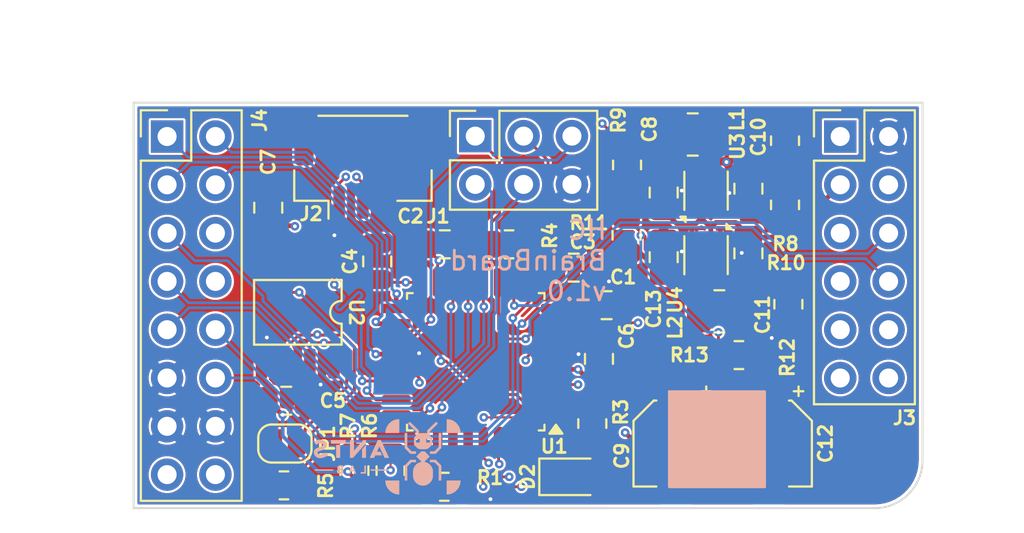
<source format=kicad_pcb>
(kicad_pcb (version 20241229) (generator "pcbnew") (generator_version "9.0")
  (layers (0 "F.Cu" signal) (4 "In1.Cu" signal) (6 "In2.Cu" signal) (2 "B.Cu" signal) (13 "F.Paste" user) (15 "B.Paste" user) (5 "F.SilkS" user "F.Silkscreen") (7 "B.SilkS" user "B.Silkscreen") (1 "F.Mask" user) (3 "B.Mask" user) (25 "Edge.Cuts" user))
  (net 0 "")
  (net 1 "GND")
  (net 2 "3.3V")
  (net 3 "Net-(D2-A)")
  (net 4 "/ADC0")
  (net 5 "/ADC2")
  (net 6 "/ADC1")
  (net 7 "/ADC3")
  (net 8 "/MCU/SW_RST")
  (net 9 "/PWM_11")
  (net 10 "/SPI_SCK")
  (net 11 "5V")
  (net 12 "/UART_RX")
  (net 13 "/CAN_RX")
  (net 14 "/UART_TX")
  (net 15 "/I2C_SDA")
  (net 16 "/CAN_TX")
  (net 17 "/I2C_SCL")
  (net 18 "/SPI_MISO")
  (net 19 "/SPI_SS1")
  (net 20 "/SPI_MOSI")
  (net 21 "/PWM_31")
  (net 22 "/SPI_SS0")
  (net 23 "/SPI_SS2")
  (net 24 "12V")
  (net 25 "/SPI_SS3")
  (net 26 "/MCU/SW_DIO")
  (net 27 "Net-(JP1-A)")
  (net 28 "/MCU/SW_CLK")
  (net 29 "/MCU/SW_TX")
  (net 30 "/CAN/CAN-")
  (net 31 "/CAN/CAN+")
  (net 32 "/BOARD_TYPE2")
  (net 33 "/BOARD_TYPE3")
  (net 34 "/BOARD_TYPE1")
  (net 35 "/BOARD_TYPE0")
  (net 36 "/BOARD_TYPE4")
  (net 37 "Net-(U3-SW)")
  (net 38 "Net-(U4-SW)")
  (net 39 "/MCU/USER")
  (net 40 "Net-(U3-FB)")
  (net 41 "Net-(U3-PG)")
  (net 42 "Net-(U4-FB)")
  (net 43 "Net-(U4-PG)")
  (footprint "Package_SON:WSON-8-1EP_2x2mm_P0.5mm_EP0.9x1.6mm" (layer "F.Cu") (at 149.45 81.9 -90)
    (property "Reference" "U4")
    (property "Value" "TPS62170DSG")
  )
  (footprint "Capacitor_SMD:C_0805_2012Metric" (layer "F.Cu") (at 151.675 81.8 -90)
    (property "Reference" "C11")
    (property "Value" "1uF")
  )
  (footprint "Resistor_SMD:R_0805_2012Metric" (layer "F.Cu") (at 132.875 93.225 90)
    (property "Reference" "R6")
    (property "Value" "4.7kΩ")
  )
  (footprint "Capacitor_SMD:C_0805_2012Metric" (layer "F.Cu") (at 147.225 82 90)
    (property "Reference" "C13")
    (property "Value" "1uF")
  )
  (footprint "Resistor_SMD:R_0805_2012Metric" (layer "F.Cu") (at 151.175 87.15)
    (property "Reference" "R13")
    (property "Value" "100kΩ")
  )
  (footprint "Connector_JST:JST_GH_BM03B-GHS-TBT_1x03-1MP_P1.25mm_Vertical" (layer "F.Cu") (at 131.425 77.175)
    (property "Reference" "J2")
    (property "Value" "CAN")
  )
  (footprint "Resistor_SMD:R_0805_2012Metric" (layer "F.Cu") (at 153.6 79.25 -90)
    (property "Reference" "R10")
    (property "Value" "100kΩ")
  )
  (footprint "Connector_PinHeader_2.54mm:PinHeader_2x06_P2.54mm_Vertical" (layer "F.Cu") (at 156.5 75.655)
    (property "Reference" "J3")
    (property "Value" "POWER_IO")
  )
  (footprint "Resistor_SMD:R_0805_2012Metric" (layer "F.Cu") (at 135.7 94.075)
    (property "Reference" "R1")
    (property "Value" "100kΩ")
  )
  (footprint "Capacitor_SMD:CP_Elec_4x5.4" (layer "F.Cu") (at 152.75 91.8 -90)
    (property "Reference" "C12")
    (property "Value" "10uF")
  )
  (footprint "Capacitor_SMD:C_0805_2012Metric" (layer "F.Cu") (at 143.825 87.35 90)
    (property "Reference" "C6")
    (property "Value" "100nF")
  )
  (footprint "Resistor_SMD:R_0805_2012Metric" (layer "F.Cu") (at 145.3 77.15 90)
    (property "Reference" "R9")
    (property "Value" "100kΩ")
  )
  (footprint "Connector_PinSocket_2.54mm:PinSocket_2x03_P2.54mm_Vertical" (layer "F.Cu") (at 137.325 75.635 90)
    (property "Reference" "J1")
    (property "Value" "~")
  )
  (footprint "Capacitor_SMD:C_0805_2012Metric" (layer "F.Cu") (at 151.675 78.4 -90)
    (property "Reference" "C10")
    (property "Value" "1uF")
  )
  (footprint "Resistor_SMD:R_0805_2012Metric" (layer "F.Cu") (at 145.275 80.85 90)
    (property "Reference" "R11")
    (property "Value" "52.5kΩ")
  )
  (footprint "Capacitor_SMD:C_0805_2012Metric" (layer "F.Cu") (at 142.5 82.55)
    (property "Reference" "C3")
    (property "Value" "100nF")
  )
  (footprint "Package_SO:SOIC-8_NO_PAD" (layer "F.Cu") (at 130.705 84.9 -90)
    (property "Reference" "U2")
    (property "Value" "MCP2542FDxMF" (hide yes))
  )
  (footprint "Resistor_SMD:R_0805_2012Metric" (layer "F.Cu") (at 139.1 81.325 180)
    (property "Reference" "R4")
    (property "Value" "100kΩ")
  )
  (footprint "Inductor_SMD:L_1008_2520Metric" (layer "F.Cu") (at 150.15 84.85 180)
    (property "Reference" "L2")
    (property "Value" "LQM2HPN2R2MJ0L")
  )
  (footprint "Resistor_SMD:R_0805_2012Metric" (layer "F.Cu") (at 130.975 93.225 -90)
    (property "Reference" "R7")
    (property "Value" "4.7kΩ")
  )
  (footprint "Resistor_SMD:R_0805_2012Metric" (layer "F.Cu") (at 127.275 94 180)
    (property "Reference" "R5")
    (property "Value" "120Ω")
  )
  (footprint "Inductor_SMD:L_1008_2520Metric" (layer "F.Cu") (at 148.75 75.55)
    (property "Reference" "L1")
    (property "Value" "LQM2HPN2R2MJ0L")
  )
  (footprint "Capacitor_SMD:CP_Elec_4x5.4" (layer "F.Cu") (at 147.9 91.8 -90)
    (property "Reference" "C9")
    (property "Value" "10uF")
  )
  (footprint "Capacitor_SMD:C_0805_2012Metric" (layer "F.Cu") (at 144.225 84.525)
    (property "Reference" "C1")
    (property "Value" "100nF")
  )
  (footprint "Capacitor_SMD:C_0805_2012Metric" (layer "F.Cu") (at 132.175 82.225 90)
    (property "Reference" "C4")
    (property "Value" "100nF")
  )
  (footprint "Capacitor_SMD:C_0805_2012Metric" (layer "F.Cu") (at 135.725 81.325)
    (property "Reference" "C2")
    (property "Value" "100nF")
  )
  (footprint "Capacitor_SMD:C_0805_2012Metric" (layer "F.Cu") (at 147.225 78.6 90)
    (property "Reference" "C8")
    (property "Value" "1uF")
  )
  (footprint "Resistor_SMD:R_0805_2012Metric" (layer "F.Cu") (at 143.475 90.75 90)
    (property "Reference" "R3")
    (property "Value" "120Ω")
  )
  (footprint "Capacitor_SMD:C_0805_2012Metric" (layer "F.Cu") (at 126.45 79.4 90)
    (property "Reference" "C7")
    (property "Value" "100nF")
  )
  (footprint "Package_QFP:LQFP-32_7x7mm_P0.8mm" (layer "F.Cu") (at 137.35 87.5 180)
    (property "Reference" "U1")
    (property "Value" "STM32G0B1KET6")
  )
  (footprint "LED_SMD:LED_0805_2012Metric" (layer "F.Cu") (at 142.375 93.55)
    (property "Reference" "D2")
    (property "Value" "KP-2012LSGC")
  )
  (footprint "Resistor_SMD:R_0805_2012Metric" (layer "F.Cu") (at 153.6 75.875 -90)
    (property "Reference" "R8")
    (property "Value" "31.6kΩ")
  )
  (footprint "Resistor_SMD:R_0805_2012Metric" (layer "F.Cu") (at 153.775 84.475 -90)
    (property "Reference" "R12")
    (property "Value" "100kΩ")
  )
  (footprint "Package_SON:WSON-8-1EP_2x2mm_P0.5mm_EP0.9x1.6mm" (layer "F.Cu") (at 149.45 78.5 90)
    (property "Reference" "U3")
    (property "Value" "TPS62170DSG")
  )
  (footprint "Capacitor_SMD:C_0805_2012Metric" (layer "F.Cu") (at 127.395 89.55)
    (property "Reference" "C5")
    (property "Value" "100nF")
  )
  (footprint "Connector_PinHeader_2.54mm:PinHeader_2x08_P2.54mm_Vertical" (layer "F.Cu") (at 121.135 75.655)
    (property "Reference" "J4")
    (property "Value" "COMMS")
  )
  (footprint "Jumper:SolderJumper-2_P1.3mm_Open_RoundedPad1.0x1.5mm" (layer "F.Cu") (at 127.325 91.8)
    (property "Reference" "JP1")
    (property "Value" "SolderJumper_2_Open")
  )
  (footprint "antslab:LOGO_H4" (layer "B.Cu") (at 132.666623 92.516347 180)
    (property "Reference" "ANTS_LOGO1" (hide yes))
    (property "Value" "~")
  )
  (gr_rect (start 147.525 89.075) (end 152.525 94.075) (stroke (width 0.15)) (fill yes) (layer "B.SilkS"))
  (gr_line (start 119.375 95.2) (end 158.294475 95.200495) (stroke (width 0.1)) (layer "Edge.Cuts"))
  (gr_arc (start 160.825 92.675) (mid 160.0853 94.460795) (end 158.299505 95.200495) (stroke (width 0.1)) (layer "Edge.Cuts"))
  (gr_line (start 160.825 92.675) (end 160.825 73.875) (stroke (width 0.1)) (layer "Edge.Cuts"))
  (gr_line (start 119.375 73.875) (end 160.825 73.875) (stroke (width 0.1)) (layer "Edge.Cuts"))
  (gr_line (start 119.375 73.875) (end 119.375 95.2) (stroke (width 0.1)) (layer "Edge.Cuts"))
  (gr_text "HC \nBrainBoard \nv1.0" (at 144.325 84.375 0) (layer "B.SilkS") (effects (font (size 1 1) (thickness 0.15) (bold yes)) (justify left bottom mirror)))
  (via (at 126.375 86.225) (size 0.45) (drill 0.2) (layers "F.Cu" "B.Cu") (net 1))
  (via (at 129.2 88.7) (size 0.45) (drill 0.2) (layers "F.Cu" "B.Cu") (net 1))
  (via (at 150.675 78.625) (size 0.45) (drill 0.2) (layers "F.Cu" "B.Cu") (net 1))
  (via (at 152.9 86.25) (size 0.45) (drill 0.2) (layers "F.Cu" "B.Cu") (net 1))
  (via (at 144.35 83.275) (size 0.45) (drill 0.2) (layers "F.Cu" "B.Cu") (net 1))
  (via (at 138.125 94.725) (size 0.45) (drill 0.2) (layers "F.Cu" "B.Cu") (net 1))
  (via (at 129.925 80.85) (size 0.45) (drill 0.2) (layers "F.Cu" "B.Cu") (net 1))
  (via (at 151.325 81.775) (size 0.45) (drill 0.2) (layers "F.Cu" "B.Cu") (net 1))
  (via (at 142.75 87.1) (size 0.45) (drill 0.2) (layers "F.Cu" "B.Cu") (net 1))
  (via (at 148.175 81.7) (size 0.45) (drill 0.2) (layers "F.Cu" "B.Cu") (net 1))
  (via (at 148.175 78.5) (size 0.45) (drill 0.2) (layers "F.Cu" "B.Cu") (net 1))
  (via (at 134.375 87.05) (size 0.45) (drill 0.2) (layers "F.Cu" "B.Cu") (net 1))
  (segment (start 130.975 93.625) (end 130.625 93.275) (width 0.2) (layer "F.Cu") (net 2))
  (segment (start 143.125 88.3) (end 143.95 88.3) (width 0.25) (layer "F.Cu") (net 2))
  (segment (start 145.3 76.2375) (end 145.2625 76.2375) (width 0.15) (layer "F.Cu") (net 2))
  (segment (start 127.186969 90.291969) (end 126.445 89.55) (width 0.25) (layer "F.Cu") (net 2))
  (segment (start 145.2625 76.2375) (end 144 74.975) (width 0.15) (layer "F.Cu") (net 2))
  (segment (start 141.525 87.9) (end 142.725 87.9) (width 0.25) (layer "F.Cu") (net 2))
  (segment (start 142.725 87.9) (end 143.125 88.3) (width 0.25) (layer "F.Cu") (net 2))
  (segment (start 153.6 74.9625) (end 151.4875 74.9625) (width 0.15) (layer "F.Cu") (net 2))
  (segment (start 144.65 88.3) (end 145.7 89.35) (width 0.25) (layer "F.Cu") (net 2))
  (segment (start 127.208031 90.291969) (end 127.186969 90.291969) (width 0.25) (layer "F.Cu") (net 2))
  (segment (start 138.6 76.91) (end 137.325 75.635) (width 0.15) (layer "F.Cu") (net 2))
  (segment (start 138.6 79.75) (end 138.6 76.91) (width 0.15) (layer "F.Cu") (net 2))
  (segment (start 150.9 75.55) (end 149.825 75.55) (width 0.15) (layer "F.Cu") (net 2))
  (segment (start 146.35 90) (end 145.7 89.35) (width 0.25) (layer "F.Cu") (net 2))
  (segment (start 151.4875 74.9625) (end 150.9 75.55) (width 0.15) (layer "F.Cu") (net 2))
  (segment (start 151.675 77.45) (end 149.825 75.6) (width 0.25) (layer "F.Cu") (net 2))
  (segment (start 126.445 88.75) (end 126.445 89.55) (width 0.25) (layer "F.Cu") (net 2))
  (segment (start 149.7 77.55) (end 149.7 75.675) (width 0.25) (layer "F.Cu") (net 2))
  (segment (start 143.825 88.3) (end 144.65 88.3) (width 0.25) (layer "F.Cu") (net 2))
  (segment (start 130.975 94.1375) (end 130.5875 94.1375) (width 0.2) (layer "F.Cu") (net 2))
  (segment (start 138.1875 81.325) (end 138.1875 80.1625) (width 0.15) (layer "F.Cu") (net 2))
  (segment (start 126.095 87.6) (end 126.095 88.4) (width 0.25) (layer "F.Cu") (net 2))
  (segment (start 132.875 94.1375) (end 130.975 94.1375) (width 0.2) (layer "F.Cu") (net 2))
  (segment (start 126.095 88.4) (end 126.445 88.75) (width 0.25) (layer "F.Cu") (net 2))
  (segment (start 147.9 90) (end 146.35 90) (width 0.25) (layer "F.Cu") (net 2))
  (segment (start 130.975 94.1375) (end 130.975 93.625) (width 0.2) (layer "F.Cu") (net 2))
  (segment (start 138.1875 80.1625) (end 138.6 79.75) (width 0.15) (layer "F.Cu") (net 2))
  (via (at 142.725 87.9) (size 0.45) (drill 0.2) (layers "F.Cu" "B.Cu") (net 2))
  (via (at 144 74.975) (size 0.45) (drill 0.2) (layers "F.Cu" "B.Cu") (net 2))
  (via (at 127.208031 90.291969) (size 0.45) (drill 0.2) (layers "F.Cu" "B.Cu") (net 2))
  (via (at 130.625 93.275) (size 0.45) (drill 0.2) (layers "F.Cu" "B.Cu") (net 2))
  (via (at 150.525 77) (size 0.45) (drill 0.2) (layers "F.Cu" "B.Cu") (net 2))
  (segment (start 127.208031 91.408031) (end 127.208031 90.291969) (width 0.2) (layer "B.Cu") (net 2))
  (segment (start 130.625 93.275) (end 129.075 93.275) (width 0.2) (layer "B.Cu") (net 2))
  (segment (start 129.075 93.275) (end 127.208031 91.408031) (width 0.2) (layer "B.Cu") (net 2))
  (segment (start 143.475 92.45) (end 143.3125 92.6125) (width 0.15) (layer "F.Cu") (net 3))
  (segment (start 143.3125 92.6125) (end 143.3125 93.55) (width 0.15) (layer "F.Cu") (net 3))
  (segment (start 143.475 91.6625) (end 143.475 92.45) (width 0.15) (layer "F.Cu") (net 3))
  (segment (start 143.275 84.675) (end 143.25 84.7) (width 0.15) (layer "F.Cu") (net 4))
  (segment (start 143.25 84.7) (end 141.525 84.7) (width 0.15) (layer "F.Cu") (net 4))
  (segment (start 140.578495 84.7) (end 141.525 84.7) (width 0.15) (layer "F.Cu") (net 4))
  (segment (start 139.785 85.493495) (end 139.785 85.49) (width 0.25) (layer "F.Cu") (net 4))
  (segment (start 139.785 85.493495) (end 140.578495 84.7) (width 0.15) (layer "F.Cu") (net 4))
  (via (at 139.785 85.493495) (size 0.45) (drill 0.2) (layers "F.Cu" "B.Cu") (net 4))
  (segment (start 139.561 85.717495) (end 139.785 85.493495) (width 0.15) (layer "B.Cu") (net 4))
  (segment (start 129.18189 91.686) (end 137.73311 91.686) (width 0.15) (layer "B.Cu") (net 4))
  (segment (start 139.561 89.85811) (end 139.561 85.717495) (width 0.15) (layer "B.Cu") (net 4))
  (segment (start 125.84589 88.35) (end 129.18189 91.686) (width 0.15) (layer "B.Cu") (net 4))
  (segment (start 123.675 88.35) (end 125.84589 88.35) (width 0.15) (layer "B.Cu") (net 4))
  (segment (start 137.73311 91.686) (end 139.561 89.85811) (width 0.15) (layer "B.Cu") (net 4))
  (segment (start 135.35 82.25) (end 135.35 82.235) (width 0.15) (layer "F.Cu") (net 5))
  (segment (start 134.775 81.325) (end 134.775 81.54) (width 0.15) (layer "F.Cu") (net 5))
  (segment (start 134.775 81.54) (end 135.41 82.175) (width 0.15) (layer "F.Cu") (net 5))
  (segment (start 135.35 83.325) (end 135.35 82.25) (width 0.15) (layer "F.Cu") (net 5))
  (segment (start 135.35 82.235) (end 135.41 82.175) (width 0.15) (layer "F.Cu") (net 5))
  (via (at 135.41 82.175) (size 0.45) (drill 0.2) (layers "F.Cu" "B.Cu") (net 5))
  (segment (start 139.3 85.2) (end 140.15 84.35) (width 0.15) (layer "F.Cu") (net 6))
  (segment (start 141.4 82.7) (end 140.775 83.325) (width 0.15) (layer "F.Cu") (net 6))
  (segment (start 140.15 84.35) (end 140.15 83.325) (width 0.15) (layer "F.Cu") (net 6))
  (segment (start 140.775 83.325) (end 140.15 83.325) (width 0.15) (layer "F.Cu") (net 6))
  (via (at 139.3 85.2) (size 0.45) (drill 0.2) (layers "F.Cu" "B.Cu") (net 6))
  (segment (start 129.29 91.425) (end 123.675 85.81) (width 0.15) (layer "B.Cu") (net 6))
  (segment (start 139.325 85.225) (end 139.3 85.2) (width 0.25) (layer "B.Cu") (net 6))
  (segment (start 139.3 85.2) (end 139.3 89.75) (width 0.15) (layer "B.Cu") (net 6))
  (segment (start 137.625 91.425) (end 129.29 91.425) (width 0.15) (layer "B.Cu") (net 6))
  (segment (start 139.3 89.75) (end 137.625 91.425) (width 0.15) (layer "B.Cu") (net 6))
  (segment (start 134.55 83.325) (end 133.675 83.325) (width 0.15) (layer "F.Cu") (net 7))
  (segment (start 132.325 83.325) (end 133.675 83.325) (width 0.15) (layer "F.Cu") (net 7))
  (via (at 133.675 83.325) (size 0.45) (drill 0.2) (layers "F.Cu" "B.Cu") (net 7))
  (segment (start 141.525 86.3) (end 141 86.3) (width 0.15) (layer "F.Cu") (net 8))
  (segment (start 141.15 80.1875) (end 140.0125 81.325) (width 0.15) (layer "F.Cu") (net 8))
  (segment (start 139.975 87.325) (end 139.975 87.425) (width 0.15) (layer "F.Cu") (net 8))
  (segment (start 139.865 75.635) (end 141.15 76.92) (width 0.15) (layer "F.Cu") (net 8))
  (segment (start 141 86.3) (end 139.975 87.325) (width 0.15) (layer "F.Cu") (net 8))
  (segment (start 141.15 76.92) (end 141.15 80.1875) (width 0.15) (layer "F.Cu") (net 8))
  (via (at 139.975 87.425) (size 0.45) (drill 0.2) (layers "F.Cu" "B.Cu") (net 8))
  (segment (start 133.175 85.5) (end 132.2 85.5) (width 0.25) (layer "F.Cu") (net 9))
  (segment (start 132.2 85.5) (end 132.1 85.4) (width 0.25) (layer "F.Cu") (net 9))
  (via (at 132.1 85.4) (size 0.45) (drill 0.2) (layers "F.Cu" "B.Cu") (net 9))
  (segment (start 132.1 85.4) (end 132.427999 85.072001) (width 0.15) (layer "B.Cu") (net 9))
  (segment (start 132.427999 81.178353) (end 128.253646 77.004) (width 0.15) (layer "B.Cu") (net 9))
  (segment (start 128.253646 77.004) (end 122.321 77.004) (width 0.15) (layer "B.Cu") (net 9))
  (segment (start 122.321 77.004) (end 121.135 78.19) (width 0.15) (layer "B.Cu") (net 9))
  (segment (start 132.427999 85.072001) (end 132.427999 81.178353) (width 0.15) (layer "B.Cu") (net 9))
  (segment (start 137.75 83.325) (end 137.75 84.575) (width 0.15) (layer "F.Cu") (net 10))
  (segment (start 137.75 84.575) (end 137.775 84.6) (width 0.15) (layer "F.Cu") (net 10))
  (via (at 137.775 84.6) (size 0.45) (drill 0.2) (layers "F.Cu" "B.Cu") (net 10))
  (segment (start 137.775 84.6) (end 137.775 86.53393) (width 0.15) (layer "B.Cu") (net 10))
  (segment (start 137.775 86.53393) (end 134.36193 89.947) (width 0.15) (layer "B.Cu") (net 10))
  (segment (start 122.284 84.661) (end 121.135 85.81) (width 0.15) (layer "B.Cu") (net 10))
  (segment (start 125.792906 84.661) (end 122.284 84.661) (width 0.15) (layer "B.Cu") (net 10))
  (segment (start 131.078906 89.947) (end 125.792906 84.661) (width 0.15) (layer "B.Cu") (net 10))
  (segment (start 134.36193 89.947) (end 131.078906 89.947) (width 0.15) (layer "B.Cu") (net 10))
  (segment (start 149.075 84.85) (end 149.075 87.975) (width 0.25) (layer "F.Cu") (net 11))
  (segment (start 149.2 82.85) (end 149.2 84.725) (width 0.25) (layer "F.Cu") (net 11))
  (segment (start 126.575 80.35) (end 127.825 80.35) (width 0.25) (layer "F.Cu") (net 11))
  (segment (start 127.825 80.35) (end 127.85 80.375) (width 0.25) (layer "F.Cu") (net 11))
  (segment (start 127.365 81.315) (end 126.275 80.225) (width 0.25) (layer "F.Cu") (net 11))
  (segment (start 151.4 88.975) (end 152.3 88.975) (width 0.25) (layer "F.Cu") (net 11))
  (segment (start 127.365 82.2) (end 127.365 81.315) (width 0.25) (layer "F.Cu") (net 11))
  (segment (start 150.95 91.8) (end 145.775 91.8) (width 0.25) (layer "F.Cu") (net 11))
  (segment (start 150.075 88.975) (end 151.4 88.975) (width 0.25) (layer "F.Cu") (net 11))
  (segment (start 147.17118 82.95) (end 145.98368 81.7625) (width 0.25) (layer "F.Cu") (net 11))
  (segment (start 145.98368 81.7625) (end 145.275 81.7625) (width 0.25) (layer "F.Cu") (net 11))
  (segment (start 153.775 87.825) (end 152.75 88.85) (width 0.25) (layer "F.Cu") (net 11))
  (segment (start 153.775 87.4) (end 153.775 87.825) (width 0.25) (layer "F.Cu") (net 11))
  (segment (start 149.075 87.975) (end 150.075 88.975) (width 0.25) (layer "F.Cu") (net 11))
  (segment (start 147.225 82.95) (end 147.17118 82.95) (width 0.25) (layer "F.Cu") (net 11))
  (segment (start 145.775 91.8) (end 145.2 91.225) (width 0.25) (layer "F.Cu") (net 11))
  (segment (start 147.225 82.95) (end 149.075 84.8) (width 0.25) (layer "F.Cu") (net 11))
  (segment (start 153.775 85.3875) (end 153.775 87.4) (width 0.25) (layer "F.Cu") (net 11))
  (segment (start 152.75 90) (end 150.95 91.8) (width 0.25) (layer "F.Cu") (net 11))
  (via (at 127.85 80.375) (size 0.45) (drill 0.2) (layers "F.Cu" "B.Cu") (net 11))
  (via (at 145.2 91.225) (size 0.45) (drill 0.2) (layers "F.Cu" "B.Cu") (net 11))
  (segment (start 137.2375 88.9125) (end 135.787 87.462) (width 0.15) (layer "F.Cu") (net 12))
  (segment (start 140.55 90.3) (end 139.475 89.225) (width 0.15) (layer "F.Cu") (net 12))
  (segment (start 139.475 89.225) (end 137.55 89.225) (width 0.15) (layer "F.Cu") (net 12))
  (segment (start 135.787 87.462) (end 135.525 87.462) (width 0.15) (layer "F.Cu") (net 12))
  (segment (start 141.525 90.3) (end 140.55 90.3) (width 0.15) (layer "F.Cu") (net 12))
  (segment (start 137.55 89.225) (end 137.2375 88.9125) (width 0.15) (layer "F.Cu") (net 12))
  (via (at 135.525 87.462) (size 0.45) (drill 0.2) (layers "F.Cu" "B.Cu") (net 12))
  (segment (start 132.688999 81.070243) (end 132.688999 84.363999) (width 0.15) (layer "B.Cu") (net 12))
  (segment (start 121.135 75.65) (end 122.228 76.743) (width 0.15) (layer "B.Cu") (net 12))
  (segment (start 135.525 87.2) (end 135.325 87) (width 0.15) (layer "B.Cu") (net 12))
  (segment (start 132.688999 84.363999) (end 132.739 84.414) (width 0.15) (layer "B.Cu") (net 12))
  (segment (start 128.361756 76.743) (end 132.688999 81.070243) (width 0.15) (layer "B.Cu") (net 12))
  (segment (start 135.525 87.462) (end 135.525 87.2) (width 0.15) (layer "B.Cu") (net 12))
  (segment (start 135.325 87) (end 132.739 84.414) (width 0.15) (layer "B.Cu") (net 12))
  (segment (start 122.228 76.743) (end 128.361756 76.743) (width 0.15) (layer "B.Cu") (net 12))
  (segment (start 126.095 83.22) (end 126.725 83.85) (width 0.15) (layer "F.Cu") (net 13))
  (segment (start 126.725 83.85) (end 128.075 83.85) (width 0.15) (layer "F.Cu") (net 13))
  (segment (start 132.988185 88.513185) (end 131.385 88.513184) (width 0.15) (layer "F.Cu") (net 13))
  (segment (start 133.175 88.7) (end 132.988185 88.513185) (width 0.15) (layer "F.Cu") (net 13))
  (segment (start 126.095 82.2) (end 126.095 83.22) (width 0.15) (layer "F.Cu") (net 13))
  (via (at 131.385 88.513184) (size 0.45) (drill 0.2) (layers "F.Cu" "B.Cu") (net 13))
  (via (at 128.075 83.85) (size 0.45) (drill 0.2) (layers "F.Cu" "B.Cu") (net 13))
  (segment (start 131.077476 87.881476) (end 131.077476 87.1) (width 0.15) (layer "B.Cu") (net 13))
  (segment (start 131.385 88.513184) (end 131.385 88.189) (width 0.15) (layer "B.Cu") (net 13))
  (segment (start 131.385 88.189) (end 131.077476 87.881476) (width 0.15) (layer "B.Cu") (net 13))
  (segment (start 128.075 83.85) (end 131.077476 86.852476) (width 0.15) (layer "B.Cu") (net 13))
  (segment (start 131.077476 86.852476) (end 131.077476 87.1) (width 0.15) (layer "B.Cu") (net 13))
  (segment (start 133.175 83.949) (end 133.199 83.925) (width 0.25) (layer "F.Cu") (net 14))
  (segment (start 133.175 84.05) (end 133.175 83.949) (width 0.25) (layer "F.Cu") (net 14))
  (segment (start 133.175 84.7) (end 133.175 84.05) (width 0.25) (layer "F.Cu") (net 14))
  (via (at 133.199 83.925) (size 0.45) (drill 0.2) (layers "F.Cu" "B.Cu") (net 14))
  (segment (start 124.507 76.482) (end 128.469866 76.482) (width 0.15) (layer "B.Cu") (net 14))
  (segment (start 132.949999 83.675999) (end 133.199 83.925) (width 0.15) (layer "B.Cu") (net 14))
  (segment (start 123.675 75.65) (end 124.507 76.482) (width 0.15) (layer "B.Cu") (net 14))
  (segment (start 132.949999 80.962133) (end 132.949999 83.675999) (width 0.15) (layer "B.Cu") (net 14))
  (segment (start 128.469866 76.482) (end 132.949999 80.962133) (width 0.15) (layer "B.Cu") (net 14))
  (segment (start 131 92.2875) (end 130.975 92.3125) (width 0.15) (layer "F.Cu") (net 15))
  (segment (start 134.395441 88.370441) (end 133.925 87.9) (width 0.15) (layer "F.Cu") (net 15))
  (segment (start 131 91.015) (end 131 92.2875) (width 0.15) (layer "F.Cu") (net 15))
  (segment (start 134.395441 88.595441) (end 134.395441 88.370441) (width 0.15) (layer "F.Cu") (net 15))
  (segment (start 121.135 93.43) (end 121.641388 93.43) (width 0.15) (layer "F.Cu") (net 15))
  (via (at 131 91.015) (size 0.45) (drill 0.2) (layers "F.Cu" "B.Cu") (net 15))
  (via (at 134.395441 88.595441) (size 0.45) (drill 0.2) (layers "F.Cu" "B.Cu") (net 15))
  (segment (start 132.3 89.5) (end 133.175 89.5) (width 0.15) (layer "F.Cu") (net 16))
  (segment (start 129.920277 83.442507) (end 129.920277 82.215277) (width 0.15) (layer "F.Cu") (net 16))
  (segment (start 129.920277 82.215277) (end 129.905 82.2) (width 0.15) (layer "F.Cu") (net 16))
  (segment (start 132.11856 89.5) (end 131.63356 89.015) (width 0.15) (layer "F.Cu") (net 16))
  (segment (start 132.3 89.5) (end 132.11856 89.5) (width 0.15) (layer "F.Cu") (net 16))
  (segment (start 132.114758 89.5) (end 132.3 89.5) (width 0.15) (layer "F.Cu") (net 16))
  (via (at 131.63356 89.015) (size 0.45) (drill 0.2) (layers "F.Cu" "B.Cu") (net 16))
  (via (at 129.920277 83.442507) (size 0.45) (drill 0.2) (layers "F.Cu" "B.Cu") (net 16))
  (segment (start 131.045487 84.651377) (end 131.338476 84.944366) (width 0.15) (layer "B.Cu") (net 16))
  (segment (start 131.796 88.85256) (end 131.63356 89.015) (width 0.15) (layer "B.Cu") (net 16))
  (segment (start 129.920277 83.526167) (end 130.409093 84.014983) (width 0.15) (layer "B.Cu") (net 16))
  (segment (start 129.920277 83.442507) (end 129.920277 83.526167) (width 0.15) (layer "B.Cu") (net 16))
  (segment (start 131.796 88.23089) (end 131.796 88.85256) (width 0.15) (layer "B.Cu") (net 16))
  (segment (start 130.790927 84.227112) (end 131.132297 83.885742) (width 0.15) (layer "B.Cu") (net 16))
  (segment (start 130.706077 84.311966) (end 130.706076 84.311966) (width 0.15) (layer "B.Cu") (net 16))
  (segment (start 131.00306 84.60895) (end 131.045487 84.651377) (width 0.15) (layer "B.Cu") (net 16))
  (segment (start 131.302005 83.885744) (end 131.344431 83.92817) (width 0.15) (layer "B.Cu") (net 16))
  (segment (start 131.338476 86.380658) (end 131.338476 87.773366) (width 0.15) (layer "B.Cu") (net 16))
  (segment (start 131.338476 84.944366) (end 131.338476 86.380658) (width 0.15) (layer "B.Cu") (net 16))
  (segment (start 131.338476 87.773366) (end 131.796 88.23089) (width 0.15) (layer "B.Cu") (net 16))
  (segment (start 130.067735 84.695751) (end 130.110161 84.738177) (width 0.15) (layer "B.Cu") (net 16))
  (segment (start 130.279867 84.738177) (end 130.621224 84.396819) (width 0.15) (layer "B.Cu") (net 16))
  (segment (start 131.344431 84.097876) (end 131.00306 84.439244) (width 0.15) (layer "B.Cu") (net 16))
  (segment (start 130.621224 84.396819) (end 130.706077 84.311966) (width 0.15) (layer "B.Cu") (net 16))
  (segment (start 130.706076 84.311966) (end 130.790927 84.227112) (width 0.15) (layer "B.Cu") (net 16))
  (segment (start 130.409093 84.184688) (end 130.067735 84.526045) (width 0.15) (layer "B.Cu") (net 16))
  (arc (start 131.132297 83.885742) (mid 131.217152 83.850597) (end 131.302005 83.885744) (width 0.15) (layer "B.Cu") (net 16))
  (arc (start 130.067735 84.526045) (mid 130.032588 84.610898) (end 130.067735 84.695751) (width 0.15) (layer "B.Cu") (net 16))
  (arc (start 131.344431 83.92817) (mid 131.379578 84.013023) (end 131.344431 84.097876) (width 0.15) (layer "B.Cu") (net 16))
  (arc (start 130.110161 84.738177) (mid 130.195014 84.773324) (end 130.279867 84.738177) (width 0.15) (layer "B.Cu") (net 16))
  (arc (start 131.00306 84.439244) (mid 130.967913 84.524097) (end 131.00306 84.60895) (width 0.15) (layer "B.Cu") (net 16))
  (arc (start 130.409093 84.014983) (mid 130.44424 84.099836) (end 130.409093 84.184688) (width 0.15) (layer "B.Cu") (net 16))
  (segment (start 139.675 90.425) (end 137.775 90.425) (width 0.11) (layer "F.Cu") (net 17))
  (segment (start 140.15 91.675) (end 140.15 90.9) (width 0.11) (layer "F.Cu") (net 17))
  (segment (start 132.875 92.3125) (end 132.875 93.2) (width 0.11) (layer "F.Cu") (net 17))
  (segment (start 140.15 90.9) (end 139.675 90.425) (width 0.11) (layer "F.Cu") (net 17))
  (via (at 132.875 93.2) (size 0.45) (drill 0.2) (layers "F.Cu" "B.Cu") (net 17))
  (via (at 137.775 90.425) (size 0.45) (drill 0.2) (layers "F.Cu" "B.Cu") (net 17))
  (segment (start 136.95 83.325) (end 136.95 84.6) (width 0.15) (layer "F.Cu") (net 18))
  (via (at 136.95 84.6) (size 0.45) (drill 0.2) (layers "F.Cu" "B.Cu") (net 18))
  (segment (start 136.95 86.98982) (end 136.95 84.6) (width 0.15) (layer "B.Cu") (net 18))
  (segment (start 134.25382 89.686) (end 136.95 86.98982) (width 0.15) (layer "B.Cu") (net 18))
  (segment (start 131.187016 89.686) (end 134.25382 89.686) (width 0.15) (layer "B.Cu") (net 18))
  (segment (start 125.901016 84.4) (end 131.187016 89.686) (width 0.15) (layer "B.Cu") (net 18))
  (segment (start 122.265 84.4) (end 125.901016 84.4) (width 0.15) (layer "B.Cu") (net 18))
  (segment (start 121.135 83.27) (end 122.265 84.4) (width 0.15) (layer "B.Cu") (net 18))
  (segment (start 139.35 84.525) (end 139.372586 84.547586) (width 0.15) (layer "F.Cu") (net 19))
  (segment (start 139.35 83.325) (end 139.35 84.525) (width 0.15) (layer "F.Cu") (net 19))
  (via (at 139.372586 84.547586) (size 0.45) (drill 0.2) (layers "F.Cu" "B.Cu") (net 19))
  (segment (start 152.003 80.178) (end 144.95289 80.178) (width 0.15) (layer "B.Cu") (net 19))
  (segment (start 153.639 81.814) (end 152.003 80.178) (width 0.15) (layer "B.Cu") (net 19))
  (segment (start 144.95289 80.178) (end 140.583304 84.547586) (width 0.15) (layer "B.Cu") (net 19))
  (segment (start 157.961 81.814) (end 153.639 81.814) (width 0.15) (layer "B.Cu") (net 19))
  (segment (start 140.583304 84.547586) (end 139.372586 84.547586) (width 0.15) (layer "B.Cu") (net 19))
  (segment (start 159.04 80.735) (end 157.961 81.814) (width 0.15) (layer "B.Cu") (net 19))
  (segment (start 136.05 84.6) (end 136.15 84.575) (width 0.15) (layer "F.Cu") (net 20))
  (segment (start 136.15 84.575) (end 136.15 83.325) (width 0.15) (layer "F.Cu") (net 20))
  (via (at 136.05 84.6) (size 0.45) (drill 0.2) (layers "F.Cu" "B.Cu") (net 20))
  (segment (start 136.05 87.52071) (end 136.05 84.6) (width 0.15) (layer "B.Cu") (net 20))
  (segment (start 126.172563 84.047563) (end 126.172563 84.302437) (width 0.15) (layer "B.Cu") (net 20))
  (segment (start 122.589 82.184) (end 124.309 82.184) (width 0.15) (layer "B.Cu") (net 20))
  (segment (start 134.14571 89.425) (end 136.05 87.52071) (width 0.15) (layer "B.Cu") (net 20))
  (segment (start 126.172563 84.302437) (end 131.295126 89.425) (width 0.15) (layer "B.Cu") (net 20))
  (segment (start 131.295126 89.425) (end 134.14571 89.425) (width 0.15) (layer "B.Cu") (net 20))
  (segment (start 124.309 82.184) (end 126.172563 84.047563) (width 0.15) (layer "B.Cu") (net 20))
  (segment (start 121.135 80.73) (end 122.589 82.184) (width 0.15) (layer "B.Cu") (net 20))
  (segment (start 132.1 87.1) (end 133.175 87.1) (width 0.25) (layer "F.Cu") (net 21))
  (via (at 132.1 87.1) (size 0.45) (drill 0.2) (layers "F.Cu" "B.Cu") (net 21))
  (segment (start 123.675 78.19) (end 124.6 77.265) (width 0.15) (layer "B.Cu") (net 21))
  (segment (start 128.145536 77.265) (end 132.166999 81.286463) (width 0.15) (layer "B.Cu") (net 21))
  (segment (start 131.689 86.689) (end 132.1 87.1) (width 0.15) (layer "B.Cu") (net 21))
  (segment (start 124.6 77.265) (end 128.145536 77.265) (width 0.15) (layer "B.Cu") (net 21))
  (segment (start 132.166999 84.751759) (end 131.689 85.229758) (width 0.15) (layer "B.Cu") (net 21))
  (segment (start 132.166999 81.286463) (end 132.166999 84.751759) (width 0.15) (layer "B.Cu") (net 21))
  (segment (start 131.689 85.229758) (end 131.689 86.689) (width 0.15) (layer "B.Cu") (net 21))
  (segment (start 145.875 85.45) (end 145.253 85.45) (width 0.15) (layer "F.Cu") (net 22))
  (segment (start 145.253 85.45) (end 145.25 85.453) (width 0.15) (layer "F.Cu") (net 22))
  (segment (start 141.525 85.5) (end 141.572 85.453) (width 0.15) (layer "F.Cu") (net 22))
  (segment (start 141.572 85.453) (end 145.25 85.453) (width 0.15) (layer "F.Cu") (net 22))
  (via (at 145.875 85.45) (size 0.45) (drill 0.2) (layers "F.Cu" "B.Cu") (net 22))
  (segment (start 138.634468 85.840532) (end 139.093936 86.3) (width 0.15) (layer "F.Cu") (net 23))
  (segment (start 138.55 85.756064) (end 138.634468 85.840532) (width 0.15) (layer "F.Cu") (net 23))
  (segment (start 138.55 83.325) (end 138.55 84.6) (width 0.15) (layer "F.Cu") (net 23))
  (segment (start 139.093936 86.3) (end 139.971 86.3) (width 0.15) (layer "F.Cu") (net 23))
  (segment (start 138.55 84.6) (end 138.55 85.756064) (width 0.15) (layer "F.Cu") (net 23))
  (via (at 139.971 86.3) (size 0.45) (drill 0.2) (layers "F.Cu" "B.Cu") (net 23))
  (segment (start 153.53089 82.075) (end 153.48289 82.027) (width 0.15) (layer "B.Cu") (net 23))
  (segment (start 139.971 86.3) (end 140.196 86.075) (width 0.15) (layer "B.Cu") (net 23))
  (segment (start 152.665445 81.209555) (end 152.40589 80.95) (width 0.15) (layer "B.Cu") (net 23))
  (segment (start 157.8825 82.1175) (end 157.84 82.075) (width 0.15) (layer "B.Cu") (net 23))
  (segment (start 153.48289 82.027) (end 152.665445 81.209555) (width 0.15) (layer "B.Cu") (net 23))
  (segment (start 151.89489 80.439) (end 152.40589 80.95) (width 0.15) (layer "B.Cu") (net 23))
  (segment (start 145.061 80.439) (end 151.89489 80.439) (width 0.15) (layer "B.Cu") (net 23))
  (segment (start 140.196 85.304) (end 145.061 80.439) (width 0.15) (layer "B.Cu") (net 23))
  (segment (start 140.196 86.075) (end 140.196 85.304) (width 0.15) (layer "B.Cu") (net 23))
  (segment (start 157.84 82.075) (end 153.53089 82.075) (width 0.15) (layer "B.Cu") (net 23))
  (segment (start 159.04 83.275) (end 157.8825 82.1175) (width 0.15) (layer "B.Cu") (net 23))
  (segment (start 151 80.175) (end 149.975 80.175) (width 0.25) (layer "F.Cu") (net 24))
  (segment (start 155.125 79.57) (end 156.5 78.195) (width 0.25) (layer "F.Cu") (net 24))
  (segment (start 155.125 80.3) (end 155.125 79.57) (width 0.25) (layer "F.Cu") (net 24))
  (segment (start 151.775 80.95) (end 154.475 80.95) (width 0.25) (layer "F.Cu") (net 24))
  (segment (start 149.7 80.45) (end 149.975 80.175) (width 0.25) (layer "F.Cu") (net 24))
  (segment (start 151.675 80.85) (end 151.775 80.95) (width 0.25) (layer "F.Cu") (net 24))
  (segment (start 149.7 79.45) (end 149.2 79.45) (width 0.25) (layer "F.Cu") (net 24))
  (segment (start 147.9 80.225) (end 148.925 80.225) (width 0.25) (layer "F.Cu") (net 24))
  (segment (start 154.475 80.95) (end 155.125 80.3) (width 0.25) (layer "F.Cu") (net 24))
  (segment (start 149.2 79.95) (end 148.925 80.225) (width 0.25) (layer "F.Cu") (net 24))
  (segment (start 149.2 79.45) (end 149.2 79.95) (width 0.25) (layer "F.Cu") (net 24))
  (segment (start 149.7 80.45) (end 149.2 79.95) (width 0.25) (layer "F.Cu") (net 24))
  (segment (start 147.225 79.55) (end 147.9 80.225) (width 0.25) (layer "F.Cu") (net 24))
  (segment (start 149.7 80.95) (end 149.7 80.45) (width 0.25) (layer "F.Cu") (net 24))
  (segment (start 151.675 80.85) (end 151 80.175) (width 0.25) (layer "F.Cu") (net 24))
  (segment (start 149.2 80.95) (end 149.7 80.95) (width 0.25) (layer "F.Cu") (net 24))
  (segment (start 142.725 88.7) (end 141.525 88.7) (width 0.15) (layer "F.Cu") (net 25))
  (via (at 142.725 88.7) (size 0.45) (drill 0.2) (layers "F.Cu" "B.Cu") (net 25))
  (segment (start 134.588758 90.3) (end 134.944379 89.944379) (width 0.15) (layer "F.Cu") (net 26))
  (segment (start 133.175 90.3) (end 134.588758 90.3) (width 0.15) (layer "F.Cu") (net 26))
  (via (at 134.944379 89.944379) (size 0.45) (drill 0.2) (layers "F.Cu" "B.Cu") (net 26))
  (segment (start 138.186 84.770242) (end 138.186 78.586) (width 0.15) (layer "B.Cu") (net 26))
  (segment (start 138.036 86.64204) (end 138.036 84.920242) (width 0.15) (layer "B.Cu") (net 26))
  (segment (start 138.186 78.586) (end 137.775 78.175) (width 0.15) (layer "B.Cu") (net 26))
  (segment (start 134.944379 89.944379) (end 134.944379 89.733661) (width 0.15) (layer "B.Cu") (net 26))
  (segment (start 134.944379 89.733661) (end 138.036 86.64204) (width 0.15) (layer "B.Cu") (net 26))
  (segment (start 138.036 84.920242) (end 138.186 84.770242) (width 0.15) (layer "B.Cu") (net 26))
  (segment (start 126.675 91.8) (end 126.675 93.7625) (width 0.15) (layer "F.Cu") (net 27))
  (segment (start 134.7875 94.075) (end 134.7875 92.8875) (width 0.15) (layer "F.Cu") (net 28))
  (segment (start 134.55 90.918586) (end 134.55 91.675) (width 0.15) (layer "F.Cu") (net 28))
  (segment (start 134.7875 92.8875) (end 134.55 92.65) (width 0.15) (layer "F.Cu") (net 28))
  (segment (start 135.575254 89.893332) (end 134.55 90.918586) (width 0.15) (layer "F.Cu") (net 28))
  (segment (start 134.55 92.65) (end 134.55 91.675) (width 0.15) (layer "F.Cu") (net 28))
  (via (at 135.575254 89.893332) (size 0.45) (drill 0.2) (layers "F.Cu" "B.Cu") (net 28))
  (segment (start 135.575254 89.893332) (end 135.575254 89.471896) (width 0.15) (layer "B.Cu") (net 28))
  (segment (start 138.297 85.028352) (end 138.447 84.878352) (width 0.15) (layer "B.Cu") (net 28))
  (segment (start 138.447 84.878352) (end 138.447 80.043) (width 0.15) (layer "B.Cu") (net 28))
  (segment (start 138.297 86.75015) (end 138.297 85.028352) (width 0.15) (layer "B.Cu") (net 28))
  (segment (start 135.575254 89.471896) (end 138.297 86.75015) (width 0.15) (layer "B.Cu") (net 28))
  (segment (start 138.447 80.043) (end 140.315 78.175) (width 0.15) (layer "B.Cu") (net 28))
  (segment (start 133.975 86.3) (end 135 85.275) (width 0.15) (layer "F.Cu") (net 29))
  (segment (start 133.175 86.3) (end 133.975 86.3) (width 0.15) (layer "F.Cu") (net 29))
  (via (at 135 85.275) (size 0.45) (drill 0.2) (layers "F.Cu" "B.Cu") (net 29))
  (segment (start 141.59 76.9) (end 142.855 75.635) (width 0.15) (layer "B.Cu") (net 29))
  (segment (start 136.55 76.9) (end 141.59 76.9) (width 0.15) (layer "B.Cu") (net 29))
  (segment (start 135 85.275) (end 135 78.45) (width 0.15) (layer "B.Cu") (net 29))
  (segment (start 135 78.45) (end 136.55 76.9) (width 0.15) (layer "B.Cu") (net 29))
  (segment (start 130.525 77.775) (end 130.175 78.125) (width 0.15) (layer "F.Cu") (net 30))
  (segment (start 129.575 86.098) (end 129.055981 86.098) (width 0.15) (layer "F.Cu") (net 30))
  (segment (start 128.047 86.098) (end 129.575 86.098) (width 0.15) (layer "F.Cu") (net 30))
  (segment (start 127.365 87.6) (end 127.365 86.78) (width 0.15) (layer "F.Cu") (net 30))
  (segment (start 127.365 86.78) (end 128.047 86.098) (width 0.15) (layer "F.Cu") (net 30))
  (segment (start 130.975 89.007844) (end 128.792477 91.190367) (width 0.15) (layer "F.Cu") (net 30))
  (segment (start 128.792477 91.190367) (end 128.792477 92.55) (width 0.15) (layer "F.Cu") (net 30))
  (segment (start 129.055981 86.098) (end 129.027131 86.06915) (width 0.15) (layer "F.Cu") (net 30))
  (segment (start 128.1875 93.154977) (end 128.792477 92.55) (width 0.15) (layer "F.Cu") (net 30))
  (segment (start 130.175 78.125) (end 130.175 79.125) (width 0.15) (layer "F.Cu") (net 30))
  (segment (start 130.355844 86.098) (end 130.975 86.717156) (width 0.15) (layer "F.Cu") (net 30))
  (segment (start 128.1875 94) (end 128.1875 93.154977) (width 0.15) (layer "F.Cu") (net 30))
  (segment (start 129.575 86.098) (end 130.355844 86.098) (width 0.15) (layer "F.Cu") (net 30))
  (segment (start 130.975 86.717156) (end 130.975 89.007844) (width 0.15) (layer "F.Cu") (net 30))
  (via (at 130.525 77.775) (size 0.45) (drill 0.2) (layers "F.Cu" "B.Cu") (net 30))
  (via (at 129.027131 86.06915) (size 0.45) (drill 0.2) (layers "F.Cu" "B.Cu") (net 30))
  (segment (start 130.575 86.882844) (end 130.283578 86.591422) (width 0.15) (layer "F.Cu") (net 31))
  (segment (start 127.975 91.8) (end 128.392477 92.217477) (width 0.15) (layer "F.Cu") (net 31))
  (segment (start 130.200156 86.508) (end 129.375 86.508) (width 0.15) (layer "F.Cu") (net 31))
  (segment (start 128.392477 91.024679) (end 128.392477 91.382523) (width 0.15) (layer "F.Cu") (net 31))
  (segment (start 130.575 88.842156) (end 130.575 86.882844) (width 0.15) (layer "F.Cu") (net 31))
  (segment (start 131.085003 77.775) (end 131.425 78.114997) (width 0.15) (layer "F.Cu") (net 31))
  (segment (start 128.392477 91.024679) (end 130.575 88.842156) (width 0.15) (layer "F.Cu") (net 31))
  (segment (start 128.635 86.665) (end 128.635 87.6) (width 0.15) (layer "F.Cu") (net 31))
  (segment (start 128.392477 91.382523) (end 127.975 91.8) (width 0.15) (layer "F.Cu") (net 31))
  (segment (start 131.425 78.114997) (end 131.425 79.125) (width 0.15) (layer "F.Cu") (net 31))
  (segment (start 130.191156 86.499) (end 128.801 86.499) (width 0.15) (layer "F.Cu") (net 31))
  (segment (start 130.283578 86.591422) (end 130.200156 86.508) (width 0.15) (layer "F.Cu") (net 31))
  (segment (start 128.801 86.499) (end 128.635 86.665) (width 0.15) (layer "F.Cu") (net 31))
  (segment (start 130.283578 86.591422) (end 130.191156 86.499) (width 0.15) (layer "F.Cu") (net 31))
  (via (at 129.375 86.508) (size 0.45) (drill 0.2) (layers "F.Cu" "B.Cu") (net 31))
  (via (at 131.085003 77.775) (size 0.45) (drill 0.2) (layers "F.Cu" "B.Cu") (net 31))
  (segment (start 138.18059 93.55259) (end 139.108938 93.55259) (width 0.15) (layer "F.Cu") (net 32))
  (segment (start 136.95 91.675) (end 136.95 92.322) (width 0.15) (layer "F.Cu") (net 32))
  (segment (start 137.489 92.861) (end 138.18059 93.55259) (width 0.15) (layer "F.Cu") (net 32))
  (segment (start 136.95 92.322) (end 137.489 92.861) (width 0.15) (layer "F.Cu") (net 32))
  (via (at 139.108938 93.55259) (size 0.45) (drill 0.2) (layers "F.Cu" "B.Cu") (net 32))
  (segment (start 137.09789 92.839) (end 136.43311 92.839) (width 0.15) (layer "F.Cu") (net 33))
  (segment (start 138.33348 94.07459) (end 139.74992 94.07459) (width 0.15) (layer "F.Cu") (net 33))
  (segment (start 136.43311 92.839) (end 136.15 92.55589) (width 0.15) (layer "F.Cu") (net 33))
  (segment (start 136.15 92.55589) (end 136.15 91.675) (width 0.15) (layer "F.Cu") (net 33))
  (segment (start 137.09789 92.839) (end 137.854445 93.595555) (width 0.15) (layer "F.Cu") (net 33))
  (segment (start 137.854445 93.595555) (end 138.33348 94.07459) (width 0.15) (layer "F.Cu") (net 33))
  (via (at 139.74992 94.07459) (size 0.45) (drill 0.2) (layers "F.Cu" "B.Cu") (net 33))
  (segment (start 138.028914 92.821086) (end 137.75 92.542172) (width 0.15) (layer "F.Cu") (net 34))
  (segment (start 137.75 92.542172) (end 137.75 91.675) (width 0.15) (layer "F.Cu") (net 34))
  (via (at 138.028914 92.821086) (size 0.45) (drill 0.2) (layers "F.Cu" "B.Cu") (net 34))
  (segment (start 138.55 91.675) (end 138.55 92.845952) (width 0.15) (layer "F.Cu") (net 35))
  (segment (start 138.55 92.845952) (end 138.585638 92.88159) (width 0.15) (layer "F.Cu") (net 35))
  (via (at 138.585638 92.88159) (size 0.45) (drill 0.2) (layers "F.Cu" "B.Cu") (net 35))
  (segment (start 135.35 92.125) (end 136.325 93.1) (width 0.15) (layer "F.Cu") (net 36))
  (segment (start 135.35 91.675) (end 135.35 92.125) (width 0.15) (layer "F.Cu") (net 36))
  (segment (start 137.744398 93.854618) (end 137.744398 94.065337) (width 0.15) (layer "F.Cu") (net 36))
  (segment (start 136.98978 93.1) (end 137.61989 93.73011) (width 0.15) (layer "F.Cu") (net 36))
  (segment (start 136.325 93.1) (end 136.98978 93.1) (width 0.15) (layer "F.Cu") (net 36))
  (segment (start 137.61989 93.73011) (end 137.744398 93.854618) (width 0.15) (layer "F.Cu") (net 36))
  (via (at 137.744398 94.065337) (size 0.45) (drill 0.2) (layers "F.Cu" "B.Cu") (net 36))
  (segment (start 149.2 77.55) (end 149.2 77.075) (width 0.25) (layer "F.Cu") (net 37))
  (segment (start 149.2 77.075) (end 147.675 75.55) (width 0.25) (layer "F.Cu") (net 37))
  (segment (start 149.7 82.85) (end 149.7 83.325) (width 0.25) (layer "F.Cu") (net 38))
  (segment (start 149.7 83.325) (end 151.225 84.85) (width 0.25) (layer "F.Cu") (net 38))
  (segment (start 142.6875 89.8125) (end 142.375 89.5) (width 0.15) (layer "F.Cu") (net 39))
  (segment (start 142.925 89.8125) (end 142.6875 89.8125) (width 0.15) (layer "F.Cu") (net 39))
  (segment (start 141.525 89.5) (end 142.375 89.5) (width 0.15) (layer "F.Cu") (net 39))
  (segment (start 151.7515 78.3375) (end 153.6 78.3375) (width 0.15) (layer "F.Cu") (net 40))
  (segment (start 151.639 78.225) (end 151.7515 78.3375) (width 0.15) (layer "F.Cu") (net 40))
  (segment (start 150.875 78.225) (end 151.639 78.225) (width 0.15) (layer "F.Cu") (net 40))
  (segment (start 153.6 78.3375) (end 153.6 76.7875) (width 0.15) (layer "F.Cu") (net 40))
  (segment (start 150.2 77.55) (end 150.875 78.225) (width 0.15) (layer "F.Cu") (net 40))
  (segment (start 148.036 76.886) (end 146.569764 76.886) (width 0.15) (layer "F.Cu") (net 41))
  (segment (start 148.7 77.55) (end 148.036 76.886) (width 0.15) (layer "F.Cu") (net 41))
  (segment (start 146.4765 76.886) (end 145.3 78.0625) (width 0.15) (layer "F.Cu") (net 41))
  (segment (start 146.569764 76.886) (end 146.4765 76.886) (width 0.15) (layer "F.Cu") (net 41))
  (segment (start 146.25 81.589) (end 146.343 81.682) (width 0.15) (layer "F.Cu") (net 42))
  (segment (start 145.275 79.9375) (end 146.25 80.9125) (width 0.15) (layer "F.Cu") (net 42))
  (segment (start 147.45 82.115) (end 147.965 82.115) (width 0.15) (layer "F.Cu") (net 42))
  (segment (start 146.6055 81.9445) (end 146.776 82.115) (width 0.15) (layer "F.Cu") (net 42))
  (segment (start 146.6055 81.9445) (end 146.343 81.682) (width 0.15) (layer "F.Cu") (net 42))
  (segment (start 148.7 82.85) (end 148.45 82.6) (width 0.15) (layer "F.Cu") (net 42))
  (segment (start 146.776 82.115) (end 147.45 82.115) (width 0.15) (layer "F.Cu") (net 42))
  (segment (start 146.25 80.9125) (end 146.25 81.589) (width 0.15) (layer "F.Cu") (net 42))
  (segment (start 148.45 82.6) (end 148.114 82.264) (width 0.15) (layer "F.Cu") (net 42))
  (segment (start 147.965 82.115) (end 148.114 82.264) (width 0.15) (layer "F.Cu") (net 42))
  (segment (start 150.1 85.95) (end 150.1 86.9875) (width 0.15) (layer "F.Cu") (net 42))
  (via (at 150.1 85.95) (size 0.45) (drill 0.2) (layers "F.Cu" "B.Cu") (net 42))
  (via (at 146.025 80.85) (size 0.45) (drill 0.2) (layers "F.Cu" "B.Cu") (net 42))
  (segment (start 150.1 85.95) (end 149.523484 85.95) (width 0.15) (layer "B.Cu") (net 42))
  (segment (start 146.025 82.451516) (end 146.025 80.85) (width 0.15) (layer "B.Cu") (net 42))
  (segment (start 149.523484 85.95) (end 146.025 82.451516) (width 0.15) (layer "B.Cu") (net 42))
  (segment (start 152.625 83.5) (end 152.6875 83.5625) (width 0.25) (layer "F.Cu") (net 43))
  (segment (start 150.85 83.5) (end 152.625 83.5) (width 0.25) (layer "F.Cu") (net 43))
  (segment (start 152.6875 83.5625) (end 153.775 83.5625) (width 0.25) (layer "F.Cu") (net 43))
  (segment (start 150.2 82.85) (end 150.85 83.5) (width 0.25) (layer "F.Cu") (net 43))
  (zone (net 11) (net_name "5V") (layer "F.Cu") (priority 1) (connect_pads (clearance 0.12)) (min_thickness 0.25) (fill yes (thermal_gap 0.12) (thermal_bridge_width 0.5))
    (polygon (pts (xy 149.2 84.325) (xy 149.2 82.625) (xy 148.475 82.625) (xy 148.1 82.25) (xy 147.7 82.25) (xy 147.7 83.45) (xy 148.575 84.325)))
  )
  (zone (net 0) (net_name "") (layer "F.Cu") (connect_pads (clearance 0)) (min_thickness 0.25)
    (keepout (tracks allowed) (vias allowed) (pads allowed) (copperpour not_allowed) (footprints allowed))
    (fill (thermal_gap 0.11) (thermal_bridge_width 0.5))
    (polygon (pts (xy 127.175 90.934974) (xy 127.475 90.934974) (xy 127.475 92.664684) (xy 127.175 92.664684)))
  )
  (zone (net 2) (net_name "3.3V") (layer "F.Cu") (priority 1) (connect_pads (clearance 0.12)) (min_thickness 0.25) (fill yes (thermal_gap 0.12) (thermal_bridge_width 0.5))
    (polygon (pts (xy 149.7 76.075) (xy 149.7 77.775) (xy 150.425 77.775) (xy 150.8 78.15) (xy 151.2 78.15) (xy 151.2 76.95) (xy 150.325 76.075)))
  )
  (zone (net 1) (net_name "GND") (layers "F.Cu" "B.Cu" "In1.Cu" "In2.Cu") (connect_pads (clearance 0.12)) (min_thickness 0.11) (fill yes (thermal_gap 0.12) (thermal_bridge_width 0.5))
    (polygon (pts (xy 166.175 72.775) (xy 166.175 96.5) (xy 118.275 96.5) (xy 118.275 72.775)))
  )
)
</source>
